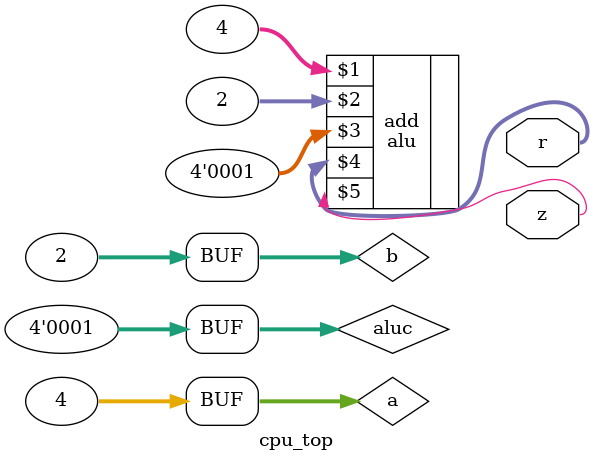
<source format=v>
`timescale 1ns / 1ps


module cpu_top(
output [31:0] r,
output z
    );
    reg [31:0] a,b;
    wire [31:0] r;
    reg [3:0] aluc;
    wire z;
    
    initial
    begin
    a=4'b0100;
    b=4'b0010;
    aluc=4'b0000;
    #5 aluc=4'b0100;
    #5 aluc=4'b0101;
    #5 aluc=4'b0001;
    end
   
    
    alu add(a,b,aluc,r,z);
endmodule

</source>
